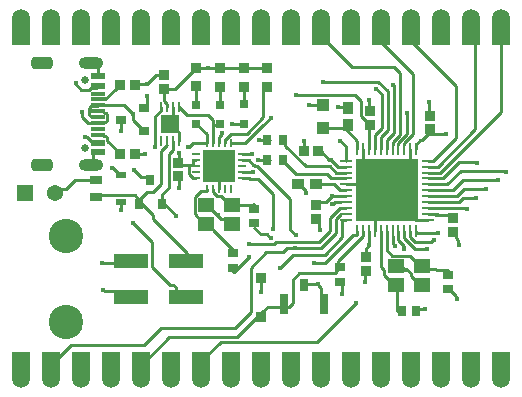
<source format=gbr>
%TF.GenerationSoftware,Altium Limited,Altium Designer,24.10.1 (45)*%
G04 Layer_Physical_Order=1*
G04 Layer_Color=255*
%FSLAX45Y45*%
%MOMM*%
%TF.SameCoordinates,D2505BA3-E522-476C-ACF0-F4815D070146*%
%TF.FilePolarity,Positive*%
%TF.FileFunction,Copper,L1,Top,Signal*%
%TF.Part,Single*%
G01*
G75*
%TA.AperFunction,SMDPad,CuDef*%
%ADD10R,0.96822X1.00650*%
%ADD11R,0.81213X0.85776*%
%ADD12R,1.15000X0.60000*%
%ADD13R,1.15000X0.30000*%
%ADD14R,2.80000X2.80000*%
%ADD15O,0.25000X0.70000*%
%ADD16O,0.70000X0.25000*%
G04:AMPARAMS|DCode=17|XSize=0.85mm|YSize=0.25mm|CornerRadius=0.125mm|HoleSize=0mm|Usage=FLASHONLY|Rotation=270.000|XOffset=0mm|YOffset=0mm|HoleType=Round|Shape=RoundedRectangle|*
%AMROUNDEDRECTD17*
21,1,0.85000,0.00000,0,0,270.0*
21,1,0.60000,0.25000,0,0,270.0*
1,1,0.25000,0.00000,-0.30000*
1,1,0.25000,0.00000,0.30000*
1,1,0.25000,0.00000,0.30000*
1,1,0.25000,0.00000,-0.30000*
%
%ADD17ROUNDEDRECTD17*%
%ADD18R,1.60000X1.50000*%
%ADD19R,0.65872X0.81213*%
%ADD20R,1.00650X0.96822*%
%ADD21R,0.85776X0.81213*%
%ADD22R,0.90000X0.75000*%
%ADD23R,0.75000X0.90000*%
%ADD24R,0.80000X0.80000*%
%ADD25R,0.91213X0.85872*%
%ADD26R,0.85490X0.90620*%
%TA.AperFunction,ConnectorPad*%
%ADD27R,2.92000X1.27000*%
%TA.AperFunction,SMDPad,CuDef*%
%ADD28R,0.85000X0.85000*%
%ADD29R,1.40000X1.15000*%
%ADD30R,5.30000X5.30000*%
%ADD31O,0.25000X1.05000*%
%ADD32O,1.05000X0.25000*%
%ADD33R,1.00000X1.00000*%
%ADD34R,0.83000X0.63000*%
%ADD35R,1.00000X0.75000*%
%ADD36R,0.80000X0.90000*%
%ADD37R,0.90000X0.80000*%
%ADD38R,0.86213X0.66370*%
%ADD39R,0.80000X1.70000*%
%ADD40R,0.80000X1.10000*%
%TA.AperFunction,Conductor*%
%ADD41C,0.25400*%
%TA.AperFunction,ComponentPad*%
G04:AMPARAMS|DCode=42|XSize=1.8mm|YSize=1mm|CornerRadius=0.25mm|HoleSize=0mm|Usage=FLASHONLY|Rotation=0.000|XOffset=0mm|YOffset=0mm|HoleType=Round|Shape=RoundedRectangle|*
%AMROUNDEDRECTD42*
21,1,1.80000,0.50000,0,0,0.0*
21,1,1.30000,1.00000,0,0,0.0*
1,1,0.50000,0.65000,-0.25000*
1,1,0.50000,-0.65000,-0.25000*
1,1,0.50000,-0.65000,0.25000*
1,1,0.50000,0.65000,0.25000*
%
%ADD42ROUNDEDRECTD42*%
%ADD43O,2.10000X1.00000*%
%ADD44C,0.65000*%
%AMCUSTOMSHAPE45*
4,1,7,0.75000,0.75000,0.75000,0.00000,0.75000,-1.50000,0.75000,-1.50000,-0.75000,-1.50000,-0.75000,0.75000,-0.75000,0.75000,0.75000,0.75000,0.0*%
%ADD45CUSTOMSHAPE45*%

%AMCUSTOMSHAPE46*
4,1,7,-0.75000,-0.75000,-0.75000,0.00000,-0.75000,1.50000,-0.75000,1.50000,0.75000,1.50000,0.75000,-0.75000,0.75000,-0.75000,-0.75000,-0.75000,0.0*%
%ADD46CUSTOMSHAPE46*%

%ADD47C,1.37000*%
%ADD48R,1.37000X1.37000*%
%ADD49C,2.91000*%
%TA.AperFunction,ViaPad*%
%ADD50C,0.45000*%
%ADD51C,1.50000*%
D10*
X2883100Y2291587D02*
D03*
Y2146416D02*
D03*
D11*
X1447499Y1827718D02*
D03*
Y1712282D02*
D03*
X1330000Y2567719D02*
D03*
Y2452282D02*
D03*
X2610000Y1352282D02*
D03*
Y1467718D02*
D03*
X3040000Y914563D02*
D03*
Y1030000D02*
D03*
X3580000Y2227718D02*
D03*
Y2112282D02*
D03*
X3770000Y1242281D02*
D03*
Y1357718D02*
D03*
X3067500Y2265218D02*
D03*
Y2149782D02*
D03*
D12*
X767500Y2559000D02*
D03*
Y1919000D02*
D03*
Y2479000D02*
D03*
Y1999000D02*
D03*
D13*
Y2214000D02*
D03*
Y2264000D02*
D03*
Y2164000D02*
D03*
Y2114000D02*
D03*
Y2064000D02*
D03*
Y2314000D02*
D03*
Y2364000D02*
D03*
Y2414000D02*
D03*
D14*
X1790000Y1800000D02*
D03*
D15*
X1690000Y1995000D02*
D03*
X1740000D02*
D03*
X1790000D02*
D03*
X1840000D02*
D03*
X1890000D02*
D03*
Y1605000D02*
D03*
X1840000D02*
D03*
X1790000D02*
D03*
X1740000D02*
D03*
X1690000D02*
D03*
D16*
X1985000Y1900000D02*
D03*
Y1850000D02*
D03*
Y1800000D02*
D03*
Y1750000D02*
D03*
Y1700000D02*
D03*
X1595000D02*
D03*
Y1750000D02*
D03*
Y1800000D02*
D03*
Y1850000D02*
D03*
Y1900000D02*
D03*
D17*
X1450000Y2300000D02*
D03*
X1400000D02*
D03*
X1350000D02*
D03*
X1300000D02*
D03*
Y2010000D02*
D03*
X1350000D02*
D03*
X1400000D02*
D03*
X1450000D02*
D03*
D18*
X1375000Y2155000D02*
D03*
D19*
X2198830Y2021493D02*
D03*
X2334171D02*
D03*
X2197528Y1851762D02*
D03*
X2332870D02*
D03*
D20*
X2464829Y1650000D02*
D03*
X2610000D02*
D03*
D21*
X2512281Y1930000D02*
D03*
X2627718D02*
D03*
D22*
X1910000Y1060000D02*
D03*
Y940000D02*
D03*
X2090000Y1440000D02*
D03*
Y1320000D02*
D03*
X3733200Y881200D02*
D03*
Y761200D02*
D03*
D23*
X3340000Y575000D02*
D03*
X3460000D02*
D03*
D24*
X2000000Y2157500D02*
D03*
Y2322500D02*
D03*
X1600000Y2320000D02*
D03*
Y2160000D02*
D03*
X1800000Y2160000D02*
D03*
Y2320000D02*
D03*
D25*
X2200000Y2472329D02*
D03*
Y2627671D02*
D03*
X1800000Y2472329D02*
D03*
Y2627671D02*
D03*
X1600000Y2474659D02*
D03*
Y2630000D02*
D03*
X2000000Y2627671D02*
D03*
Y2472329D02*
D03*
D26*
X953435Y2489200D02*
D03*
X1078565D02*
D03*
Y1905000D02*
D03*
X953435D02*
D03*
D27*
X1510000Y995000D02*
D03*
Y695000D02*
D03*
X1047000Y995000D02*
D03*
Y695000D02*
D03*
D28*
X2150000Y520000D02*
D03*
Y855000D02*
D03*
D29*
X3290000Y790000D02*
D03*
X3510000D02*
D03*
Y950000D02*
D03*
X3290000D02*
D03*
X1680000Y1310000D02*
D03*
X1900000D02*
D03*
Y1470000D02*
D03*
X1680000D02*
D03*
D30*
X3210760Y1595100D02*
D03*
D31*
X2960760Y1942600D02*
D03*
X3010760Y1942600D02*
D03*
X3060760D02*
D03*
X3110760D02*
D03*
X3160760Y1942600D02*
D03*
X3210760D02*
D03*
X3260760D02*
D03*
X3310760Y1942600D02*
D03*
X3360760D02*
D03*
X3410760Y1942600D02*
D03*
X3460760D02*
D03*
X3460760Y1247601D02*
D03*
X3410760D02*
D03*
X3360760Y1247600D02*
D03*
X3310760D02*
D03*
X3260760Y1247601D02*
D03*
X3210760D02*
D03*
X3160760D02*
D03*
X3110760Y1247600D02*
D03*
X3060760D02*
D03*
X3010760D02*
D03*
X2960760Y1247601D02*
D03*
D32*
X3558260Y1845100D02*
D03*
Y1795100D02*
D03*
Y1745100D02*
D03*
X3558260Y1695100D02*
D03*
X3558259Y1645100D02*
D03*
Y1595100D02*
D03*
X3558260Y1545100D02*
D03*
Y1495100D02*
D03*
Y1445100D02*
D03*
X3558260Y1395100D02*
D03*
Y1345100D02*
D03*
X2863260D02*
D03*
Y1395100D02*
D03*
X2863260Y1445100D02*
D03*
Y1495100D02*
D03*
Y1545100D02*
D03*
X2863260Y1595100D02*
D03*
Y1645100D02*
D03*
X2863260Y1695100D02*
D03*
Y1745100D02*
D03*
Y1795100D02*
D03*
Y1845100D02*
D03*
D33*
X2670000Y2320000D02*
D03*
Y2120000D02*
D03*
D34*
X960000Y1498500D02*
D03*
Y1721500D02*
D03*
D35*
X750000Y1685000D02*
D03*
Y1535000D02*
D03*
D36*
X1115000Y1480000D02*
D03*
X1305000D02*
D03*
X1210000Y1680000D02*
D03*
D37*
X1160096Y2099145D02*
D03*
Y2289145D02*
D03*
X960096Y2194145D02*
D03*
D38*
X2820000Y817061D02*
D03*
Y942939D02*
D03*
D39*
X2680000Y630000D02*
D03*
X2340000D02*
D03*
D40*
X2510000Y795000D02*
D03*
D41*
X1227500Y942500D02*
Y1157500D01*
X1067500Y1317500D02*
X1227500Y1157500D01*
Y942500D02*
X1373750Y796250D01*
X1406251D01*
X1425200Y745800D02*
X1476000Y695000D01*
X1406251Y796250D02*
X1425200Y777300D01*
Y745800D02*
Y777300D01*
X1476000Y695000D02*
X1510000D01*
X2800000Y2300000D02*
X2864100D01*
X1452500Y1832719D02*
Y1912500D01*
Y1615000D02*
Y1707281D01*
X1447499Y1712282D02*
X1452500Y1707281D01*
X1447499Y1827718D02*
X1452500Y1832719D01*
X1465218Y1810000D02*
X1538707D01*
X1447499Y1827718D02*
X1465218Y1810000D01*
X372000Y150000D02*
Y154500D01*
Y0D02*
Y150000D01*
Y154500D02*
X375000Y157500D01*
X3062500Y2280400D02*
X3063800Y2279100D01*
X3062500Y2280400D02*
Y2360000D01*
X3360960Y1982400D02*
Y1996443D01*
X3435200Y2070683D01*
X3310960Y1982400D02*
Y1999334D01*
X3380000Y2068375D01*
X3260960Y1982400D02*
Y2002226D01*
X3324000Y2065266D01*
X3271800Y2084300D02*
Y2487000D01*
X3210960Y1942800D02*
Y2023460D01*
X3271800Y2084300D01*
X3142145Y2510400D02*
X3220000Y2432545D01*
X3160960Y2043460D02*
X3220000Y2102500D01*
Y2432545D01*
X3160960Y1942800D02*
Y2043460D01*
X3110960Y2060960D02*
X3170000Y2120000D01*
Y2409784D01*
X3110960Y1942800D02*
Y2060960D01*
X3037312Y2179970D02*
X3039593D01*
X2992521Y2224600D02*
X3017491Y2199630D01*
X2992521Y2224600D02*
Y2354182D01*
X3017651Y2199630D02*
X3037312Y2179970D01*
X3017491Y2199630D02*
X3017651D01*
X3039593Y2179970D02*
X3067500Y2152063D01*
Y2149782D02*
Y2152063D01*
X3060760Y1942600D02*
Y2140000D01*
X2946703Y2400000D02*
X2992521Y2354182D01*
X2440000Y2400000D02*
X2946703D01*
X3435200Y2070683D02*
Y2577000D01*
X3380000Y2068375D02*
Y2250000D01*
X3324000Y2065266D02*
Y2586000D01*
X3268800Y2490000D02*
X3271800Y2487000D01*
X3124584Y2455200D02*
X3170000Y2409784D01*
X3119281Y2455200D02*
X3124584D01*
X635850Y2211650D02*
Y2251250D01*
Y2211650D02*
X683501Y2164000D01*
X810000D01*
X632100Y2255000D02*
X635850Y2251250D01*
X1300000Y1930220D02*
X1335200Y1965420D01*
X1230000Y1580000D02*
X1300000Y1650000D01*
X1335200Y1965600D02*
X1349800Y1980200D01*
X1335200Y1965420D02*
Y1965600D01*
X1300000Y1650000D02*
Y1930220D01*
X1305000Y1555000D02*
X1370000Y1620000D01*
X1305000Y1505000D02*
Y1555000D01*
X1370000Y1620000D02*
Y1902320D01*
X1400000Y1932500D02*
Y2010000D01*
X1392500Y1925000D02*
X1400000Y1932500D01*
X1370000Y1902320D02*
X1392500Y1924820D01*
Y1925000D01*
X2446961Y1730000D02*
X2707500D01*
X2742400Y1695100D01*
X2863260D01*
X2332870Y1844091D02*
X2446961Y1730000D01*
X2471047Y893150D02*
X2774714D01*
X2417300Y839403D02*
X2471047Y893150D01*
X2789593Y908029D02*
Y922454D01*
X2774714Y893150D02*
X2789593Y908029D01*
X2794828Y927689D02*
X2815188D01*
X2789593Y922454D02*
X2794828Y927689D01*
X2367986Y1102986D02*
X2438400D01*
X2190400Y1070400D02*
X2335400D01*
X2367986Y1102986D01*
X2438400D02*
X2652986D01*
X2836360Y1196360D02*
Y1344900D01*
X2687786Y1047786D02*
X2836360Y1196360D01*
X2419386Y1047786D02*
X2687786D01*
X2927798Y1217798D02*
X2960560D01*
X2691338Y981338D02*
X2927798Y1217798D01*
X2601338Y981338D02*
X2691338D01*
X2960760Y1217998D02*
Y1247601D01*
X2960560Y1217798D02*
X2960760Y1217998D01*
X2802284Y962416D02*
Y999345D01*
X2794000Y954132D02*
X2802284Y962416D01*
Y999345D02*
X3010560Y1207621D01*
X2652986Y1102986D02*
X2780000Y1230000D01*
Y1351621D01*
X2276251Y1158186D02*
X2635686D01*
X2730000Y1252500D01*
Y1360000D01*
X3410760Y1201740D02*
X3455000Y1157500D01*
X3589909D01*
X3410760Y1201740D02*
Y1247601D01*
X3589909Y1157500D02*
X3607726Y1175317D01*
X3613030D01*
X3362286Y1187714D02*
Y1202651D01*
X3360760Y1204177D02*
X3362286Y1202651D01*
Y1187714D02*
X3450000Y1100000D01*
X3360760Y1204177D02*
Y1247600D01*
X3310760Y1171740D02*
Y1247600D01*
Y1171740D02*
X3356250Y1126250D01*
Y1099692D02*
Y1126250D01*
Y1099692D02*
X3360000Y1095942D01*
X3260760Y1175477D02*
X3260760Y1175477D01*
X3280000Y1120000D02*
Y1125304D01*
X3260760Y1144544D02*
X3280000Y1125304D01*
X3260760Y1144544D02*
Y1175477D01*
X3260760Y1175477D02*
Y1207800D01*
X3450000Y1100000D02*
X3550000D01*
X3210760Y1087207D02*
X3257225Y1040742D01*
X3210760Y1087207D02*
Y1247601D01*
X3515000Y955000D02*
X3544800Y925200D01*
X3406758Y1040742D02*
X3497500Y950000D01*
X3257225Y1040742D02*
X3406758D01*
X3277500Y790000D02*
X3300000D01*
X3189079Y878421D02*
Y918421D01*
Y878421D02*
X3277500Y790000D01*
X3160760Y1208000D02*
Y1247601D01*
X3160400Y1207640D02*
X3160760Y1208000D01*
X3160400Y947100D02*
Y1207640D01*
Y947100D02*
X3189079Y918421D01*
X3300000Y575000D02*
Y790000D01*
X3416779Y870721D02*
Y890721D01*
Y870721D02*
X3497500Y790000D01*
X3510000D01*
X3372218Y920282D02*
X3372218Y920282D01*
X3387218D01*
X3416779Y890721D01*
X3630801Y921200D02*
X3733200D01*
X3626801Y925200D02*
X3630801Y921200D01*
X3544800Y925200D02*
X3626801D01*
X3497500Y950000D02*
X3510000D01*
X3304800Y935200D02*
X3359496D01*
X3290000Y950000D02*
X3304800Y935200D01*
X3370664Y924032D02*
X3375968D01*
X3359496Y935200D02*
X3370664Y924032D01*
X3460000Y575000D02*
X3475000Y590000D01*
X3540000D01*
X3800282Y679718D02*
Y701618D01*
Y679718D02*
X3804032Y675968D01*
X3758150Y743750D02*
X3800282Y701618D01*
X3755750Y743750D02*
X3758150D01*
X3840000Y1760000D02*
X4204696D01*
X3558259Y1645100D02*
X3725100D01*
X3840000Y1760000D01*
X3558459Y1595300D02*
X3775300D01*
X3860000Y1680000D02*
X4150000D01*
X3775300Y1595300D02*
X3860000Y1680000D01*
X3870000Y1610000D02*
X4050000D01*
X3558460Y1545300D02*
X3805300D01*
X3870000Y1610000D01*
X3558260Y1495100D02*
X3825100D01*
X3860000Y1530000D02*
X3970000D01*
X3825100Y1495100D02*
X3860000Y1530000D01*
X3685100Y1695100D02*
X3823750Y1833750D01*
X3976250D01*
X3980000Y1830000D01*
X3800000Y2040000D02*
Y2480000D01*
X3558260Y1845100D02*
X3605100D01*
X3800000Y2040000D01*
X3665100Y1745100D02*
X4182000Y2262000D01*
X3558260Y1745100D02*
X3665100D01*
X4182000Y2262000D02*
Y2900000D01*
X3558260Y1695100D02*
X3685100D01*
X4204696Y1760000D02*
X4214696Y1750000D01*
X4220000D01*
X3879496Y1445200D02*
X3884696Y1440000D01*
X3558360Y1445200D02*
X3879496D01*
X3884696Y1440000D02*
X3890000D01*
X3460960Y1230517D02*
X3649483D01*
X3650000Y1230000D01*
X3797907Y1194337D02*
X3816250Y1175994D01*
Y1133750D02*
X3820000Y1130000D01*
X3816250Y1133750D02*
Y1175994D01*
X3702694Y1387907D02*
X3742093D01*
X3770000Y1360000D01*
Y1357718D02*
Y1360000D01*
X3700600Y1390000D02*
X3702694Y1387907D01*
X3634696Y1390000D02*
X3700600D01*
X3634696D02*
X3640000D01*
X3770000Y1242281D02*
X3797907Y1214375D01*
Y1194337D02*
Y1214375D01*
X1523279Y1008279D02*
Y1061721D01*
X1510000Y995000D02*
X1523279Y1008279D01*
X1230000Y1355000D02*
X1523279Y1061721D01*
X1230000Y1355000D02*
Y1390000D01*
X1115000Y1505000D02*
X1230000Y1390000D01*
X800000Y980000D02*
X1032000D01*
X1047000Y995000D01*
X819504Y745800D02*
X996200D01*
X1047000Y695000D01*
X815304Y750000D02*
X819504Y745800D01*
X810000Y750000D02*
X815304D01*
X539300Y286800D02*
X1158194D01*
X1301393Y430000D01*
X1642000Y150000D02*
X1804622Y312622D01*
X1642000Y0D02*
Y150000D01*
X3570000Y2260000D02*
Y2340000D01*
X2658000Y2900000D02*
X2918000Y2640000D01*
X3270000D01*
X3324000Y2586000D01*
X3156100Y2856100D02*
X3435200Y2577000D01*
X2670000Y2510400D02*
X3142145D01*
X2550000Y2320000D02*
X2670000D01*
X677170Y2046250D02*
X707120Y2016300D01*
X660000Y2050000D02*
X663750Y2046250D01*
X677170D01*
X750200Y2016300D02*
X767500Y1999000D01*
X707120Y2016300D02*
X750200D01*
X1597329Y2630000D02*
X1797671D01*
X1800000Y2627671D01*
X2337671Y2010000D02*
X2337994D01*
X2354407Y1972277D02*
Y1993586D01*
X2337994Y2010000D02*
X2354407Y1993586D01*
Y1972277D02*
X2526684Y1800000D01*
X2191111Y2020000D02*
X2192604Y2021493D01*
X2130000Y2020000D02*
X2191111D01*
X2728649Y1800000D02*
X2783549Y1745100D01*
X2863260D01*
X2526684Y1800000D02*
X2728649D01*
X1997500Y2160000D02*
X2000000Y2157500D01*
X1900000Y2160000D02*
X1997500D01*
X2168357Y2148357D02*
X2230000Y2210000D01*
X2091131Y2072226D02*
X2167261Y2148357D01*
X2091131Y2071130D02*
Y2072226D01*
X2015000Y1995000D02*
X2091131Y2071130D01*
X2167261Y2148357D02*
X2168357D01*
X1890000Y1995000D02*
X2015000D01*
X2024692Y2070089D02*
X2167093Y2212490D01*
X1892808Y2070089D02*
X2024692D01*
X2167093Y2212490D02*
Y2442093D01*
X2192604Y2021493D02*
X2222772D01*
X3460760Y1230717D02*
X3460960Y1230517D01*
X3460760Y1230717D02*
Y1247601D01*
X2722300Y1855200D02*
X2742098D01*
X2332870Y1844091D02*
Y1851762D01*
X2510000Y1932281D02*
X2512281Y1930000D01*
X2510000Y1932281D02*
Y2010000D01*
X2855102Y2120000D02*
X2960760Y2014342D01*
X2670000Y2120000D02*
X2855102D01*
X2637907Y1277397D02*
Y1324375D01*
Y1277397D02*
X2650000Y1265304D01*
X2610000Y1352282D02*
X2637907Y1324375D01*
X2650000Y1260000D02*
Y1265304D01*
X2610000Y1470000D02*
X2637907Y1497907D01*
X2694842D01*
X2610000Y1467718D02*
Y1470000D01*
X2694842Y1497907D02*
X2746935Y1550000D01*
X2750000D01*
X3629796Y1394900D02*
X3634696Y1390000D01*
X3558260Y1395100D02*
X3558460Y1394900D01*
X3629796D01*
X3558260Y1445100D02*
X3558360Y1445200D01*
X3030000Y820000D02*
Y904563D01*
X3040000Y914563D01*
Y1106067D02*
X3060000Y1126067D01*
X3040000Y1060000D02*
Y1106067D01*
X3060000Y1126067D02*
Y1130000D01*
X3060560Y1207800D02*
X3060760Y1208000D01*
X3060560Y1130560D02*
Y1207800D01*
X3060000Y1130000D02*
X3060560Y1130560D01*
X3060760Y1208000D02*
Y1247600D01*
X1115000Y1515000D02*
X1180000Y1580000D01*
X1230000D01*
X1250000Y1960000D02*
Y2220400D01*
X1570304Y1995000D02*
X1690000D01*
X1530000Y1960000D02*
X1535304D01*
X1570304Y1995000D01*
X1740000D02*
Y2145000D01*
X1790200Y2044896D02*
X1820000Y2074696D01*
Y2080000D01*
X1790000Y1995000D02*
X1790200Y1995200D01*
Y2044896D01*
X1840000Y1995000D02*
Y2017100D01*
X1854800Y2031900D01*
Y2032080D01*
X1892808Y2070089D01*
X1572700Y1849800D02*
X1572900Y1850000D01*
X1572700Y1819800D02*
Y1849800D01*
X1562900Y1810000D02*
X1572700Y1819800D01*
X1537300Y1808593D02*
X1538707Y1810000D01*
X1572900Y1700000D02*
X1595000D01*
X1558100Y1714800D02*
X1572900Y1700000D01*
X1557920Y1714800D02*
X1558100D01*
X1537300Y1735420D02*
X1557920Y1714800D01*
X1537300Y1735420D02*
Y1808593D01*
X1538707Y1810000D02*
X1562900D01*
X1572900Y1850000D02*
X1595000D01*
X1250000Y2220400D02*
X1300000Y2270400D01*
X1070000Y1770000D02*
X1130000Y1710000D01*
X1210000D01*
X1115000Y1505000D02*
Y1510000D01*
Y1515000D01*
X750000Y1535000D02*
X767700Y1552700D01*
X1077300D01*
X1115000Y1515000D01*
X959706Y1426393D02*
Y1498206D01*
X1305000Y1505000D02*
X1430000Y1380000D01*
X891500Y1780000D02*
X950650Y1720850D01*
X890000Y1780000D02*
X891500D01*
X950650Y1720850D02*
X960650D01*
X1260723Y2567719D02*
X1330000D01*
X1186334Y2493330D02*
X1260723Y2567719D01*
X1330000Y2452282D02*
X1419611D01*
X1597329Y2630000D01*
X1450612Y2297865D02*
X1518477Y2230000D01*
X1700000D01*
X1450612Y2297865D02*
Y2299388D01*
X1450000Y2300000D02*
X1450612Y2299388D01*
X1400000Y2180000D02*
Y2300000D01*
X1380000Y2155000D02*
X1450000Y2085000D01*
Y2010000D02*
Y2085000D01*
X1375000Y2155000D02*
X1380000D01*
X1375000D02*
X1400000Y2180000D01*
X1350000Y2300000D02*
Y2329600D01*
X1330000Y2349600D02*
Y2452282D01*
Y2349600D02*
X1350000Y2329600D01*
X1300000Y2270400D02*
Y2300000D01*
X2526250Y1573750D02*
Y1590493D01*
Y1573750D02*
X2530000Y1570000D01*
X2465000Y1651743D02*
X2526250Y1590493D01*
X3410760Y1795100D02*
Y1942600D01*
X3210760Y1595100D02*
X3460760Y1345100D01*
X3010760Y1795100D02*
Y1942600D01*
X3110760Y1247600D02*
Y1495100D01*
X2652700Y647300D02*
X2680000Y620000D01*
X1920000Y900000D02*
X2050000Y1030000D01*
X1910000Y900000D02*
X1920000D01*
X1692500Y1470000D02*
X1807700Y1354800D01*
X1170750Y151250D02*
X1370347Y350847D01*
X1943347D01*
X1804622Y312622D02*
X2622622D01*
X2780000Y1351621D02*
X2808680Y1380300D01*
X2730000Y1360000D02*
X2815100Y1445100D01*
X2863260D01*
X1108095Y2493330D02*
X1186334D01*
X1103965Y2489200D02*
X1108095Y2493330D01*
X2053461Y1690972D02*
X2119028D01*
X2250000Y1560000D01*
X2082188Y1810400D02*
X2084035D01*
X2097136Y1797300D01*
X2044433Y1700000D02*
X2053461Y1690972D01*
X1985000Y1750000D02*
X1985200Y1749800D01*
X1985000Y1700000D02*
X2044433D01*
X2115965Y1797300D02*
X2394800Y1518465D01*
X2072698Y1749800D02*
X2076325Y1746173D01*
X2223344Y1852500D02*
X2224640Y1851204D01*
X2120000Y1852500D02*
X2223344D01*
X2097136Y1797300D02*
X2115965D01*
X1985200Y1749800D02*
X2072698D01*
X1985200Y1900200D02*
X2069942D01*
X1985200Y1849800D02*
X2042788D01*
X2069942Y1900200D02*
X2070197Y1900456D01*
X2042788Y1849800D02*
X2082188Y1810400D01*
X2394800Y1260000D02*
Y1518465D01*
X407500Y155000D02*
X539300Y286800D01*
X3420000Y2860000D02*
X3800000Y2480000D01*
X3420000Y2860000D02*
Y2900000D01*
X3642055Y1795300D02*
X3960000Y2113244D01*
Y2885121D01*
X1301393Y430000D02*
X1928600D01*
X2060000Y561400D01*
Y940000D01*
X2190400Y1070400D01*
X2622622Y312622D02*
X2950000Y640000D01*
X1943347Y350847D02*
X2131250Y538750D01*
X2167500Y575000D01*
X3945121Y2900000D02*
X3960000Y2885121D01*
X3943500Y2900000D02*
X3945121D01*
X3156100Y2874600D02*
X3181500Y2900000D01*
X3156100Y2856100D02*
Y2874600D01*
X3558460Y1795300D02*
X3642055D01*
X3558260Y1795100D02*
X3558460Y1795300D01*
X470199Y1610000D02*
X494000D01*
X400000Y1570000D02*
X430199D01*
X470199Y1610000D01*
X494000D02*
X569000Y1685000D01*
X710000Y2671000D02*
X733039D01*
X767500Y2559000D02*
Y2636539D01*
X733039Y2671000D02*
X767500Y2636539D01*
X830535Y2366300D02*
X920825Y2456590D01*
X923390D01*
X953435Y2486635D01*
X767500Y2364000D02*
X769800Y2366300D01*
X830535D01*
X953435Y2486635D02*
Y2489200D01*
X767500Y2314000D02*
X986000D01*
X1060000Y2240000D01*
X710598Y2311700D02*
X765200D01*
X767500Y2314000D01*
X687300Y2288402D02*
X710598Y2311700D01*
X687300Y2239597D02*
Y2288402D01*
Y2239597D02*
X700597Y2226300D01*
X712700D02*
X725000Y2214000D01*
X767500D01*
X700597Y2226300D02*
X712700D01*
X810000Y2264000D02*
X822300Y2251700D01*
X834402D01*
Y2176300D02*
X847700Y2189597D01*
X834402Y2251700D02*
X847700Y2238402D01*
X822300Y2176300D02*
X834402D01*
X847700Y2189597D02*
Y2238402D01*
X810000Y2164000D02*
X822300Y2176300D01*
X767500Y2264000D02*
X810000D01*
Y2064000D02*
X822300Y2051700D01*
X834402D01*
X847700Y2013300D02*
X953435Y1907565D01*
Y1905000D02*
Y1907565D01*
X767500Y2064000D02*
X810000D01*
X834402Y2051700D02*
X847700Y2038402D01*
Y2013300D02*
Y2038402D01*
X725120Y1822120D02*
Y1901700D01*
X742420Y1919000D01*
X767500D01*
X710000Y1807000D02*
X725120Y1822120D01*
X707120Y2461700D02*
X750200D01*
X583750Y2490829D02*
Y2496250D01*
X580000Y2500000D02*
X583750Y2496250D01*
X750200Y2461700D02*
X767500Y2479000D01*
X693220Y2447800D02*
X707120Y2461700D01*
X626780Y2447800D02*
X693220D01*
X583750Y2490829D02*
X626780Y2447800D01*
X2194696Y1225200D02*
X2224696Y1195200D01*
X2090000Y1280000D02*
X2144800Y1225200D01*
X2194696D01*
X2224696Y1195200D02*
X2230000D01*
X1157142Y2288979D02*
X1180000Y2311837D01*
X1790000Y1605000D02*
Y1627101D01*
X1788786Y1628315D02*
X1790000Y1627101D01*
X1788786Y1628315D02*
Y1798786D01*
X1790000Y1800000D01*
X2000000Y2627671D02*
X2200000D01*
X1800000D02*
X2000000D01*
X2394800Y1260000D02*
X2440000Y1214800D01*
X2515000Y800000D02*
X2630000D01*
X2510000Y795000D02*
X2515000Y800000D01*
X2630000Y794696D02*
Y800000D01*
X2652700Y647300D02*
Y771996D01*
X2630000Y794696D02*
X2652700Y771996D01*
X2680000Y620000D02*
Y630000D01*
X2250000Y1270000D02*
Y1560000D01*
X1985000Y1900000D02*
X1985200Y1900200D01*
X1985000Y1850000D02*
X1985200Y1849800D01*
X1690000Y1997300D02*
Y2070000D01*
X1740000Y2145000D02*
Y2190000D01*
X1785000Y2145000D02*
X1800000Y2160000D01*
X1740000Y2145000D02*
X1785000D01*
X1700000Y2230000D02*
X1740000Y2190000D01*
X2000000Y2322500D02*
Y2472329D01*
X1800000Y2320000D02*
Y2475000D01*
X1600000Y2320000D02*
Y2474659D01*
Y2160000D02*
X1690000Y2070000D01*
X2167093Y2442093D02*
X2197329Y2472329D01*
X2200000D01*
X2814900Y1595100D02*
X2863260D01*
X2639998Y1647800D02*
X2762200D01*
X2814900Y1595100D01*
X2311400Y939800D02*
X2419386Y1047786D01*
X2258065Y1140000D02*
X2276251Y1158186D01*
X2050000Y1140000D02*
X2258065D01*
X1063750Y2190492D02*
X1155096Y2099145D01*
X1063750Y2190492D02*
Y2236250D01*
X1060000Y2240000D02*
X1063750Y2236250D01*
X1155096Y2099145D02*
X1160096D01*
X960000Y2194049D02*
X960096Y2194145D01*
X960000Y2100000D02*
Y2194049D01*
X1180000Y2311837D02*
Y2390000D01*
X1157142Y2288979D02*
X1159931D01*
X1160096Y2289145D01*
X569000Y1685000D02*
X750000D01*
X1807700Y1354800D02*
X1855200D01*
X1680000Y1470000D02*
X1692500D01*
X1855200Y1354800D02*
X1900000Y1310000D01*
X1690000Y1588803D02*
Y1605000D01*
X1639000Y1588603D02*
X1689800D01*
X1587300Y1536903D02*
X1639000Y1588603D01*
X1587300Y1390200D02*
Y1536903D01*
Y1390200D02*
X1667500Y1310000D01*
X1689800Y1588603D02*
X1690000Y1588803D01*
X1667500Y1310000D02*
X1680000D01*
X1737300Y1262700D02*
Y1265200D01*
X1680000Y1310000D02*
X1692500D01*
X1900000Y1100000D02*
X1910000D01*
X1737300Y1262700D02*
X1900000Y1100000D01*
X1692500Y1310000D02*
X1737300Y1265200D01*
X1810200Y1547300D02*
X1887500Y1470000D01*
X1775420Y1547300D02*
X1810200D01*
X1740200Y1582520D02*
X1775420Y1547300D01*
X1887500Y1470000D02*
X1900000D01*
X1740200Y1582520D02*
Y1604800D01*
X1740000Y1605000D02*
X1740200Y1604800D01*
X2080000Y1470000D02*
X2090000Y1480000D01*
X1900000Y1470000D02*
X2080000D01*
X2830000Y720000D02*
Y807061D01*
X2820000Y817061D02*
X2830000Y807061D01*
X3460760Y1942600D02*
Y1982200D01*
X3496260Y2017700D01*
X3507700D01*
X3570000Y2080000D01*
X3580800Y2069200D02*
X3709500D01*
X979706Y1498206D02*
X980000Y1498500D01*
X2150000Y737500D02*
Y855000D01*
X3558260Y1545100D02*
X3558460Y1545300D01*
X3558259Y1595100D02*
X3558459Y1595300D01*
X2167500Y575000D02*
X2202500Y610000D01*
X2310000D01*
X2388100D01*
X2750000Y1550000D02*
X2755304D01*
X2760204Y1545100D02*
X2863260D01*
X2755304Y1550000D02*
X2760204Y1545100D01*
X2775204Y1494900D02*
X2823460D01*
X2755304Y1475000D02*
X2775204Y1494900D01*
X2750000Y1475000D02*
X2755304D01*
X2388100Y610000D02*
X2417300Y639200D01*
Y839403D01*
X3320760Y1705100D02*
X3410760Y1795100D01*
X3210760Y1595100D02*
X3320760Y1705100D01*
X3160760Y1645100D02*
X3210760Y1595100D01*
X3100760Y1705100D02*
X3160760Y1645100D01*
X3010760Y1795100D02*
X3100760Y1705100D01*
X3110760Y1495100D02*
X3210760Y1595100D01*
X3460760Y1345100D02*
X3558260D01*
X2820000Y2010000D02*
X2863260Y1966740D01*
X2836559Y1345100D02*
X2863260D01*
X2836360Y1344900D02*
X2836559Y1345100D01*
X2801998Y1795300D02*
X2863060D01*
X2742098Y1855200D02*
X2801998Y1795300D01*
X2660000Y1917500D02*
Y1920000D01*
Y1917500D02*
X2722300Y1855200D01*
X2863060Y1795300D02*
X2863260Y1795100D01*
X2863260Y1645100D02*
X3160760D01*
X2863260Y1845100D02*
Y1966740D01*
X3160760Y1942600D02*
X3160960Y1942800D01*
X3210760Y1942600D02*
X3210960Y1942800D01*
X3110760Y1942600D02*
X3110960Y1942800D01*
X2960760Y1942600D02*
Y2014342D01*
X3570000Y2080000D02*
X3580800Y2069200D01*
X1092200Y1905000D02*
X1168400D01*
X2600000Y980000D02*
X2601338Y981338D01*
X3010560Y1247400D02*
X3010760Y1247600D01*
X3010560Y1207621D02*
Y1247400D01*
X2808680Y1380300D02*
X2808860D01*
X2823460Y1394900D01*
D42*
X292000Y2671000D02*
D03*
Y1807000D02*
D03*
D43*
X710000Y2671000D02*
D03*
Y1807000D02*
D03*
D44*
X660000Y1950000D02*
D03*
Y2528000D02*
D03*
D45*
X118000Y150000D02*
D03*
X372000D02*
D03*
X626000D02*
D03*
X880000D02*
D03*
X1134000D02*
D03*
X1388000D02*
D03*
X1642000D02*
D03*
X1896000D02*
D03*
X2150000D02*
D03*
X2404000D02*
D03*
X2658000D02*
D03*
X2912000D02*
D03*
X3166000D02*
D03*
X3420000D02*
D03*
X3674000D02*
D03*
X4182000D02*
D03*
X3928000D02*
D03*
D46*
X4182000Y2900000D02*
D03*
X3928000D02*
D03*
X3674000D02*
D03*
X3420000D02*
D03*
X3166000D02*
D03*
X2912000D02*
D03*
X2658000D02*
D03*
X2404000D02*
D03*
X2150000D02*
D03*
X1896000D02*
D03*
X1642000D02*
D03*
X1388000D02*
D03*
X1134000D02*
D03*
X880000D02*
D03*
X626000D02*
D03*
X118000D02*
D03*
X372000D02*
D03*
D47*
X400000Y1570000D02*
D03*
D48*
X146000D02*
D03*
D49*
X500000Y1210000D02*
D03*
Y480000D02*
D03*
D50*
X1067500Y1317500D02*
D03*
X2800000Y2300000D02*
D03*
X1452500Y1912500D02*
D03*
Y1615000D02*
D03*
X3062500Y2360000D02*
D03*
X3380000Y2250000D02*
D03*
X3360000Y1095942D02*
D03*
X3280000Y1120000D02*
D03*
X3540000Y590000D02*
D03*
X3804032Y675968D02*
D03*
X3980000Y1830000D02*
D03*
X4220000Y1750000D02*
D03*
X4150000Y1680000D02*
D03*
X4050000Y1610000D02*
D03*
X3970000Y1530000D02*
D03*
X3890000Y1440000D02*
D03*
X3650000Y1230000D02*
D03*
X3820000Y1130000D02*
D03*
X3570000Y2340000D02*
D03*
X3268800Y2490000D02*
D03*
X3119281Y2455200D02*
D03*
X2670000Y2510400D02*
D03*
X2440000Y2400000D02*
D03*
X2550000Y2320000D02*
D03*
X810000Y750000D02*
D03*
X660000Y2050000D02*
D03*
X1700000Y2630000D02*
D03*
X2130000Y2020000D02*
D03*
X1900000Y2160000D02*
D03*
X2742098Y1855200D02*
D03*
X2510000Y2010000D02*
D03*
X2650000Y1260000D02*
D03*
X3640000Y1390000D02*
D03*
X3030000Y820000D02*
D03*
X3060000Y1130000D02*
D03*
X1250000Y1960000D02*
D03*
X1530000D02*
D03*
X1820000Y2080000D02*
D03*
X959706Y1426393D02*
D03*
X1845000Y1745000D02*
D03*
X1735000D02*
D03*
X1845000Y1855000D02*
D03*
X1735000D02*
D03*
X1070000Y1770000D02*
D03*
X890000Y1780000D02*
D03*
X1425000Y2205000D02*
D03*
Y2105000D02*
D03*
X1325000Y2205000D02*
D03*
Y2105000D02*
D03*
X2530000Y1570000D02*
D03*
X1186334Y2493330D02*
D03*
X2076325Y1746173D02*
D03*
X2120000Y1852500D02*
D03*
X2070197Y1900456D02*
D03*
X632100Y2255000D02*
D03*
X800000Y980000D02*
D03*
X2230000Y1195200D02*
D03*
X1780000Y1390000D02*
D03*
X1430000Y1380000D02*
D03*
X2440000Y1214800D02*
D03*
X2230000Y2210000D02*
D03*
X2750000Y1550000D02*
D03*
X2050000Y1030000D02*
D03*
X2438400Y1102986D02*
D03*
X2311400Y939800D02*
D03*
X2250000Y1270000D02*
D03*
X1060000Y2240000D02*
D03*
X960000Y2100000D02*
D03*
X1180000Y2390000D02*
D03*
X2830000Y720000D02*
D03*
X2630000Y800000D02*
D03*
X3709500Y2069200D02*
D03*
X580000Y2500000D02*
D03*
X3375968Y924032D02*
D03*
X2150000Y737500D02*
D03*
X3550000Y1100000D02*
D03*
X3613030Y1175317D02*
D03*
X2750000Y1475000D02*
D03*
X2950000Y640000D02*
D03*
X2050000Y1140000D02*
D03*
X2820000Y2010000D02*
D03*
X3430759Y1375100D02*
D03*
X3320760Y1375100D02*
D03*
X3210760Y1375101D02*
D03*
X3100760Y1375100D02*
D03*
X2990760Y1375101D02*
D03*
X3430760Y1485100D02*
D03*
X3320759Y1485100D02*
D03*
X3210760Y1485100D02*
D03*
X3100760Y1485101D02*
D03*
X2990760Y1485100D02*
D03*
X3430759Y1595100D02*
D03*
X3320760Y1595100D02*
D03*
X3210760D02*
D03*
X3100760D02*
D03*
X2990760Y1595100D02*
D03*
X3430760Y1705100D02*
D03*
X3320760D02*
D03*
X3210760D02*
D03*
X3100760Y1705100D02*
D03*
X2990760Y1705100D02*
D03*
X3430760Y1815100D02*
D03*
X3320760D02*
D03*
X3210760Y1815100D02*
D03*
X3100760Y1815100D02*
D03*
X2990760D02*
D03*
X1168400Y1905000D02*
D03*
X2600000Y980000D02*
D03*
D51*
X118000Y0D02*
D03*
X372000D02*
D03*
X626000D02*
D03*
X880000D02*
D03*
X1134000D02*
D03*
X1388000D02*
D03*
X1642000D02*
D03*
X1896000D02*
D03*
X2150000D02*
D03*
X2404000D02*
D03*
X2658000D02*
D03*
X2912000D02*
D03*
X3166000D02*
D03*
X3420000D02*
D03*
X3674000D02*
D03*
X4182000D02*
D03*
X3928000D02*
D03*
X4182000Y3050000D02*
D03*
X3928000D02*
D03*
X3674000D02*
D03*
X3420000D02*
D03*
X3166000D02*
D03*
X2912000D02*
D03*
X2658000D02*
D03*
X2404000D02*
D03*
X2150000D02*
D03*
X1896000D02*
D03*
X1642000D02*
D03*
X1388000D02*
D03*
X1134000D02*
D03*
X880000D02*
D03*
X626000D02*
D03*
X118000D02*
D03*
X372000D02*
D03*
%TF.MD5,44a6778e9e5dbe3af6355df4e732ba92*%
M02*

</source>
